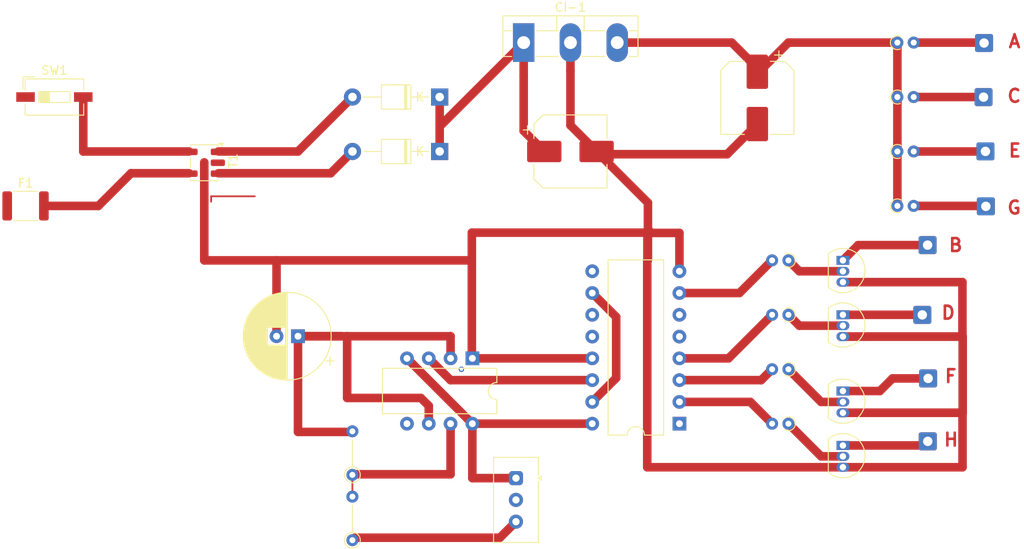
<source format=kicad_pcb>
(kicad_pcb (version 20240108) (generator "pcbnew") (generator_version "8.0")
  (layers (0 "F.Cu" signal) (31 "B.Cu" signal) (34 "B.Paste" user) (35 "F.Paste" user) (36 "B.SilkS" user "B.Silkscreen") (37 "F.SilkS" user "F.Silkscreen") (38 "B.Mask" user) (39 "F.Mask" user) (44 "Edge.Cuts" user))
  (net 0 "")
  (net 1 "Net-(CI-1-IN)")
  (net 2 "Net-(CI-1-OUT)")
  (net 3 "Net-(CI-2-THR)")
  (net 5 "Net-(CI-2-DIS)")
  (net 7 "Net-(CI-3-Q0)")
  (net 8 "Net-(CI-3-Q4)")
  (net 10 "Net-(CI-3-Q1)")
  (net 11 "Net-(CI-3-Q3)")
  (net 12 "Net-(CI-3-Q2)")
  (net 14 "SB")
  (net 15 "AB")
  (net 17 "Net-(P1-Pad3)")
  (net 18 "Net-(Q1-B)")
  (net 19 "GND")
  (net 20 "Net-(CI-2-Q)")
  (net 21 "Net-(Q2-B)")
  (net 23 "Net-(Q3-B)")
  (net 25 "Net-(Q4-B)")
  (net 27 "SA")
  (net 28 "Net-(JB1-Pin_1)")
  (net 29 "Net-(JD1-Pin_1)")
  (net 30 "AA")
  (net 32 "Net-(JF1-Pin_1)")
  (net 33 "Net-(JH1-Pin_1)")
  (net 34 "Net-(JA1-Pin_1)")
  (net 35 "Net-(JC1-Pin_1)")
  (net 36 "Net-(JE1-Pin_1)")
  (net 37 "Net-(JG1-Pin_1)")
  (footprint "Resistor_THT:R_Axial_DIN0204_L3.6mm_D1.6mm_P1.90mm_Vertical" (layer "F.Cu") (at 133.35 76.2 180)
    (property "Reference" "R5" (hide yes))
    (property "Value" "4K7" (hide yes))
    (pad "1" thru_hole circle (at 0 0 180) (size 1.4 1.4) (drill 0.7) (layers "*.Cu" "*.Mask") (net 23 "Net-(Q3-B)"))
    (pad "2" thru_hole oval (at 1.9 0 180) (size 1.4 1.4) (drill 0.7) (layers "*.Cu" "*.Mask") (net 12 "Net-(CI-3-Q2)"))
  )
  (footprint "Resistor_THT:R_Axial_DIN0204_L3.6mm_D1.6mm_P1.90mm_Vertical" (layer "F.Cu") (at 146.05 44.45)
    (property "Reference" "R7" (hide yes))
    (property "Value" "470" (hide yes))
    (pad "1" thru_hole circle (at 0 0) (size 1.4 1.4) (drill 0.7) (layers "*.Cu" "*.Mask") (net 2 "Net-(CI-1-OUT)"))
    (pad "2" thru_hole oval (at 1.9 0) (size 1.4 1.4) (drill 0.7) (layers "*.Cu" "*.Mask") (net 34 "Net-(JA1-Pin_1)"))
  )
  (footprint "Connector_Wire:SolderWire-0.5sqmm_1x01_D0.9mm_OD2.1mm" (layer "F.Cu") (at 156.36 63.55)
    (property "Reference" "JG1" (hide yes))
    (property "Value" "Screw_Terminal_01x01" (hide yes))
    (pad "1" thru_hole roundrect (at 0 0) (size 2.1 2.1) (drill 1.1) (layers "*.Cu" "*.Mask") (roundrect_rratio 0.119048) (net 37 "Net-(JG1-Pin_1)"))
  )
  (footprint "Package_TO_SOT_THT:TO-92L_Inline" (layer "F.Cu") (at 139.7 69.85 -90)
    (property "Reference" "Q4" (hide yes))
    (property "Value" "BC548" (hide yes))
    (pad "1" thru_hole rect (at 0 0 270) (size 1.05 1.5) (drill 0.75) (layers "*.Cu" "*.Mask") (net 33 "Net-(JH1-Pin_1)"))
    (pad "2" thru_hole oval (at 1.27 0 270) (size 1.05 1.5) (drill 0.75) (layers "*.Cu" "*.Mask") (net 25 "Net-(Q4-B)"))
    (pad "3" thru_hole oval (at 2.54 0 270) (size 1.05 1.5) (drill 0.75) (layers "*.Cu" "*.Mask") (net 19 "GND"))
  )
  (footprint "Button_Switch_SMD:SW_DIP_SPSTx01_Slide_6.7x4.1mm_W6.73mm_P2.54mm_LowProfile_JPin" (layer "F.Cu") (at 47.815 50.8)
    (property "Reference" "SW1" (at 0 -3.11 0) (layer "F.SilkS"))
    (property "Value" "~")
    (pad "1" smd rect (at -3.365 0) (size 2.16 1.12) (layers "F.Cu" "F.Paste" "F.Mask"))
    (pad "2" smd rect (at 3.365 0) (size 2.16 1.12) (layers "F.Cu" "F.Paste" "F.Mask") (net 30 "AA"))
  )
  (footprint "Package_TO_SOT_THT:TO-92L_Inline" (layer "F.Cu") (at 139.7 85.09 -90)
    (property "Reference" "Q1" (hide yes))
    (property "Value" "BC548" (hide yes))
    (pad "1" thru_hole rect (at 0 0 270) (size 1.05 1.5) (drill 0.75) (layers "*.Cu" "*.Mask") (net 28 "Net-(JB1-Pin_1)"))
    (pad "2" thru_hole oval (at 1.27 0 270) (size 1.05 1.5) (drill 0.75) (layers "*.Cu" "*.Mask") (net 18 "Net-(Q1-B)"))
    (pad "3" thru_hole oval (at 2.54 0 270) (size 1.05 1.5) (drill 0.75) (layers "*.Cu" "*.Mask") (net 19 "GND"))
  )
  (footprint "Connector_Wire:SolderWire-0.5sqmm_1x01_D0.9mm_OD2.1mm" (layer "F.Cu") (at 149.59 90.96)
    (property "Reference" "JD1" (hide yes))
    (property "Value" "Screw_Terminal_01x01" (hide yes))
    (pad "1" thru_hole roundrect (at 0 0) (size 2.1 2.1) (drill 1.1) (layers "*.Cu" "*.Mask") (roundrect_rratio 0.119048) (net 29 "Net-(JD1-Pin_1)"))
  )
  (footprint "Package_TO_SOT_THT:TO-92L_Inline" (layer "F.Cu") (at 139.7 91.44 -90)
    (property "Reference" "Q2" (hide yes))
    (property "Value" "BC548" (hide yes))
    (pad "1" thru_hole rect (at 0 0 270) (size 1.05 1.5) (drill 0.75) (layers "*.Cu" "*.Mask") (net 29 "Net-(JD1-Pin_1)"))
    (pad "2" thru_hole oval (at 1.27 0 270) (size 1.05 1.5) (drill 0.75) (layers "*.Cu" "*.Mask") (net 21 "Net-(Q2-B)"))
    (pad "3" thru_hole oval (at 2.54 0 270) (size 1.05 1.5) (drill 0.75) (layers "*.Cu" "*.Mask") (net 19 "GND"))
  )
  (footprint "Transformer_SMD:Transformer_MiniCircuits_AT224-1A" (layer "F.Cu") (at 65.27 58.465 -90)
    (property "Reference" "T1" (at -0.225 -3.375 90) (layer "F.SilkS"))
    (property "Value" "12+12 500mA")
    (pad "1" smd roundrect (at -1.27 -1.59) (size 1.65 0.76) (layers "F.Cu" "F.Paste" "F.Mask") (net 30 "AA"))
    (pad "2" smd roundrect (at 0 -1.59) (size 1.65 0.76) (layers "F.Cu" "F.Paste" "F.Mask") (net 15 "AB"))
    (pad "3" smd roundrect (at 1.27 -1.59) (size 1.65 0.76) (layers "F.Cu" "F.Paste" "F.Mask") (net 27 "SA"))
    (pad "4" smd roundrect (at 1.27 1.59) (size 1.65 0.76) (layers "F.Cu" "F.Paste" "F.Mask") (net 19 "GND"))
    (pad "6" smd roundrect (at -1.27 1.59) (size 1.65 0.76) (layers "F.Cu" "F.Paste" "F.Mask"))
  )
  (footprint "Capacitor_SMD:CP_Elec_8x5.4" (layer "F.Cu") (at 107.95 57.15)
    (property "Reference" "C1" (hide yes))
    (property "Value" "1000uF" (hide yes))
    (pad "1" smd roundrect (at -3.05 0) (size 4 2.5) (layers "F.Cu" "F.Paste" "F.Mask") (roundrect_rratio 0.1) (net 1 "Net-(CI-1-IN)"))
    (pad "2" smd roundrect (at 3.05 0) (size 4 2.5) (layers "F.Cu" "F.Paste" "F.Mask") (roundrect_rratio 0.1) (net 19 "GND"))
  )
  (footprint "Connector_Wire:SolderWire-0.5sqmm_1x01_D0.9mm_OD2.1mm" (layer "F.Cu") (at 149.63 83.62)
    (property "Reference" "JB1" (hide yes))
    (property "Value" "Screw_Terminal_01x01" (hide yes))
    (pad "1" thru_hole roundrect (at 0 0) (size 2.1 2.1) (drill 1.1) (layers "*.Cu" "*.Mask") (roundrect_rratio 0.119048) (net 28 "Net-(JB1-Pin_1)"))
  )
  (footprint "Capacitor_THT:CP_Radial_D10.0mm_P2.50mm" (layer "F.Cu") (at 76.2 78.7 180)
    (property "Reference" "C3" (hide yes))
    (property "Value" "1uF" (hide yes))
    (pad "1" thru_hole rect (at 0 0 180) (size 1.6 1.6) (drill 0.8) (layers "*.Cu" "*.Mask") (net 3 "Net-(CI-2-THR)"))
    (pad "2" thru_hole circle (at 2.5 0 180) (size 1.6 1.6) (drill 0.8) (layers "*.Cu" "*.Mask") (net 19 "GND"))
  )
  (footprint "Diode_THT:D_T-1_P10.16mm_Horizontal" (layer "F.Cu") (at 92.71 57.15 180)
    (property "Reference" "D2" (hide yes))
    (property "Value" "1N4007" (hide yes))
    (fp_text user "K" (at 2.3 0 0) (layer "F.SilkS"))
    (pad "1" thru_hole rect (at 0 0 180) (size 2 2) (drill 1) (layers "*.Cu" "*.Mask") (net 1 "Net-(CI-1-IN)"))
    (pad "2" thru_hole oval (at 10.16 0 180) (size 2 2) (drill 1) (layers "*.Cu" "*.Mask") (net 27 "SA"))
  )
  (footprint "Resistor_THT:R_Axial_DIN0204_L3.6mm_D1.6mm_P5.08mm_Vertical" (layer "F.Cu") (at 82.54 94.87 90)
    (property "Reference" "R2" (hide yes))
    (property "Value" "22K" (hide yes))
    (pad "1" thru_hole circle (at 0 0 90) (size 1.4 1.4) (drill 0.7) (layers "*.Cu" "*.Mask") (net 5 "Net-(CI-2-DIS)"))
    (pad "2" thru_hole oval (at 5.08 0 90) (size 1.4 1.4) (drill 0.7) (layers "*.Cu" "*.Mask") (net 3 "Net-(CI-2-THR)"))
  )
  (footprint "Package_TO_SOT_THT:TO-3P-3_Vertical" (layer "F.Cu") (at 102.5 44.45)
    (property "Reference" "CI-1" (at 5.45 -4.12 0) (layer "F.SilkS"))
    (property "Value" "7812")
    (pad "1" thru_hole rect (at 0 0) (size 2.5 4.5) (drill 1.5) (layers "*.Cu" "*.Mask") (net 1 "Net-(CI-1-IN)"))
    (pad "2" thru_hole oval (at 5.45 0) (size 2.5 4.5) (drill 1.5) (layers "*.Cu" "*.Mask") (net 19 "GND"))
    (pad "3" thru_hole oval (at 10.9 0) (size 2.5 4.5) (drill 1.5) (layers "*.Cu" "*.Mask") (net 2 "Net-(CI-1-OUT)"))
  )
  (footprint "Connector_Wire:SolderWire-0.5sqmm_1x01_D0.9mm_OD2.1mm" (layer "F.Cu") (at 156.09 50.81)
    (property "Reference" "JC1" (hide yes))
    (property "Value" "Screw_Terminal_01x01" (hide yes))
    (pad "1" thru_hole roundrect (at 0 0) (size 2.1 2.1) (drill 1.1) (layers "*.Cu" "*.Mask") (roundrect_rratio 0.119048) (net 35 "Net-(JC1-Pin_1)"))
  )
  (footprint "Resistor_THT:R_Axial_DIN0204_L3.6mm_D1.6mm_P1.90mm_Vertical" (layer "F.Cu") (at 146.05 63.5)
    (property "Reference" "R10" (hide yes))
    (property "Value" "470" (hide yes))
    (pad "1" thru_hole circle (at 0 0) (size 1.4 1.4) (drill 0.7) (layers "*.Cu" "*.Mask") (net 2 "Net-(CI-1-OUT)"))
    (pad "2" thru_hole oval (at 1.9 0) (size 1.4 1.4) (drill 0.7) (layers "*.Cu" "*.Mask") (net 37 "Net-(JG1-Pin_1)"))
  )
  (footprint "Resistor_THT:R_Axial_DIN0204_L3.6mm_D1.6mm_P1.90mm_Vertical" (layer "F.Cu") (at 133.35 88.9 180)
    (property "Reference" "R4" (hide yes))
    (property "Value" "4K7" (hide yes))
    (pad "1" thru_hole circle (at 0 0 180) (size 1.4 1.4) (drill 0.7) (layers "*.Cu" "*.Mask") (net 21 "Net-(Q2-B)"))
    (pad "2" thru_hole oval (at 1.9 0 180) (size 1.4 1.4) (drill 0.7) (layers "*.Cu" "*.Mask") (net 10 "Net-(CI-3-Q1)"))
  )
  (footprint "Connector_Wire:SolderWire-0.5sqmm_1x01_D0.9mm_OD2.1mm" (layer "F.Cu") (at 156.31 57.14)
    (property "Reference" "JE1" (hide yes))
    (property "Value" "Screw_Terminal_01x01" (hide yes))
    (pad "1" thru_hole roundrect (at 0 0) (size 2.1 2.1) (drill 1.1) (layers "*.Cu" "*.Mask") (roundrect_rratio 0.119048) (net 36 "Net-(JE1-Pin_1)"))
  )
  (footprint "Resistor_THT:R_Axial_DIN0204_L3.6mm_D1.6mm_P5.08mm_Vertical" (layer "F.Cu") (at 82.54 102.49 90)
    (property "Reference" "R1" (hide yes))
    (property "Value" "22K" (hide yes))
    (pad "1" thru_hole circle (at 0 0 90) (size 1.4 1.4) (drill 0.7) (layers "*.Cu" "*.Mask") (net 17 "Net-(P1-Pad3)"))
    (pad "2" thru_hole oval (at 5.08 0 90) (size 1.4 1.4) (drill 0.7) (layers "*.Cu" "*.Mask") (net 5 "Net-(CI-2-DIS)"))
  )
  (footprint "Package_DIP:CERDIP-8_W7.62mm_SideBrazed" (layer "F.Cu") (at 96.52 81.28 -90)
    (property "Reference" "CI-2" (hide yes))
    (property "Value" "555" (hide yes))
    (pad "1" thru_hole rect (at 0 0 270) (size 1.6 1.6) (drill 0.8) (layers "*.Cu" "*.Mask") (net 19 "GND"))
    (pad "2" thru_hole circle (at 0 2.54 270) (size 1.6 1.6) (drill 0.8) (layers "*.Cu" "*.Mask") (net 3 "Net-(CI-2-THR)"))
    (pad "3" thru_hole circle (at 0 5.08 270) (size 1.6 1.6) (drill 0.8) (layers "*.Cu" "*.Mask") (net 20 "Net-(CI-2-Q)"))
    (pad "4" thru_hole circle (at 0 7.62 270) (size 1.6 1.6) (drill 0.8) (layers "*.Cu" "*.Mask") (net 2 "Net-(CI-1-OUT)"))
    (pad "5" thru_hole circle (at 7.62 7.62 270) (size 1.6 1.6) (drill 0.8) (layers "*.Cu" "*.Mask"))
    (pad "6" thru_hole circle (at 7.62 5.08 270) (size 1.6 1.6) (drill 0.8) (layers "*.Cu" "*.Mask") (net 3 "Net-(CI-2-THR)"))
    (pad "7" thru_hole circle (at 7.62 2.54 270) (size 1.6 1.6) (drill 0.8) (layers "*.Cu" "*.Mask") (net 5 "Net-(CI-2-DIS)"))
    (pad "8" thru_hole circle (at 7.62 0 270) (size 1.6 1.6) (drill 0.8) (layers "*.Cu" "*.Mask") (net 2 "Net-(CI-1-OUT)"))
  )
  (footprint "Resistor_THT:R_Axial_DIN0204_L3.6mm_D1.6mm_P1.90mm_Vertical" (layer "F.Cu") (at 133.35 69.85 180)
    (property "Reference" "R6" (hide yes))
    (property "Value" "4K7" (hide yes))
    (pad "1" thru_hole circle (at 0 0 180) (size 1.4 1.4) (drill 0.7) (layers "*.Cu" "*.Mask") (net 25 "Net-(Q4-B)"))
    (pad "2" thru_hole oval (at 1.9 0 180) (size 1.4 1.4) (drill 0.7) (layers "*.Cu" "*.Mask") (net 11 "Net-(CI-3-Q3)"))
  )
  (footprint "Connector_Wire:SolderWire-0.5sqmm_1x01_D0.9mm_OD2.1mm" (layer "F.Cu") (at 148.95 76.21)
    (property "Reference" "JF1" (hide yes))
    (property "Value" "Screw_Terminal_01x01" (hide yes))
    (pad "1" thru_hole roundrect (at 0 0) (size 2.1 2.1) (drill 1.1) (layers "*.Cu" "*.Mask") (roundrect_rratio 0.119048) (net 32 "Net-(JF1-Pin_1)"))
  )
  (footprint "Connector_Wire:SolderWire-0.5sqmm_1x01_D0.9mm_OD2.1mm" (layer "F.Cu") (at 156.15 44.5)
    (property "Reference" "JA1" (hide yes))
    (property "Value" "Screw_Terminal_01x01" (hide yes))
    (pad "1" thru_hole roundrect (at 0 0) (size 2.1 2.1) (drill 1.1) (layers "*.Cu" "*.Mask") (roundrect_rratio 0.119048) (net 34 "Net-(JA1-Pin_1)"))
  )
  (footprint "Capacitor_SMD:CP_Elec_8x6.2" (layer "F.Cu") (at 129.73 50.9 -90)
    (property "Reference" "C2" (hide yes))
    (property "Value" "100uF" (hide yes))
    (pad "1" smd roundrect (at -3.05 0 270) (size 4 2.5) (layers "F.Cu" "F.Paste" "F.Mask") (roundrect_rratio 0.1) (net 2 "Net-(CI-1-OUT)"))
    (pad "2" smd roundrect (at 3.05 0 270) (size 4 2.5) (layers "F.Cu" "F.Paste" "F.Mask") (roundrect_rratio 0.1) (net 19 "GND"))
  )
  (footprint "Package_DIP:DIP-16_W10.16mm" (layer "F.Cu") (at 120.65 88.9 180)
    (property "Reference" "CI-3" (hide yes))
    (property "Value" "4017" (hide yes))
    (pad "1" thru_hole rect (at 0 0 180) (size 1.6 1.6) (drill 0.8) (layers "*.Cu" "*.Mask"))
    (pad "2" thru_hole oval (at 0 2.54 180) (size 1.6 1.6) (drill 0.8) (layers "*.Cu" "*.Mask") (net 10 "Net-(CI-3-Q1)"))
    (pad "3" thru_hole oval (at 0 5.08 180) (size 1.6 1.6) (drill 0.8) (layers "*.Cu" "*.Mask") (net 7 "Net-(CI-3-Q0)"))
    (pad "4" thru_hole oval (at 0 7.62 180) (size 1.6 1.6) (drill 0.8) (layers "*.Cu" "*.Mask") (net 12 "Net-(CI-3-Q2)"))
    (pad "5" thru_hole oval (at 0 10.16 180) (size 1.6 1.6) (drill 0.8) (layers "*.Cu" "*.Mask"))
    (pad "6" thru_hole oval (at 0 12.7 180) (size 1.6 1.6) (drill 0.8) (layers "*.Cu" "*.Mask"))
    (pad "7" thru_hole oval (at 0 15.24 180) (size 1.6 1.6) (drill 0.8) (layers "*.Cu" "*.Mask") (net 11 "Net-(CI-3-Q3)"))
    (pad "8" thru_hole oval (at 0 17.78 180) (size 1.6 1.6) (drill 0.8) (layers "*.Cu" "*.Mask") (net 19 "GND"))
    (pad "9" thru_hole oval (at 10.16 17.78 180) (size 1.6 1.6) (drill 0.8) (layers "*.Cu" "*.Mask"))
    (pad "10" thru_hole oval (at 10.16 15.24 180) (size 1.6 1.6) (drill 0.8) (layers "*.Cu" "*.Mask") (net 8 "Net-(CI-3-Q4)"))
    (pad "11" thru_hole oval (at 10.16 12.7 180) (size 1.6 1.6) (drill 0.8) (layers "*.Cu" "*.Mask"))
    (pad "12" thru_hole oval (at 10.16 10.16 180) (size 1.6 1.6) (drill 0.8) (layers "*.Cu" "*.Mask"))
    (pad "13" thru_hole oval (at 10.16 7.62 180) (size 1.6 1.6) (drill 0.8) (layers "*.Cu" "*.Mask") (net 19 "GND"))
    (pad "14" thru_hole oval (at 10.16 5.08 180) (size 1.6 1.6) (drill 0.8) (layers "*.Cu" "*.Mask") (net 20 "Net-(CI-2-Q)"))
    (pad "15" thru_hole oval (at 10.16 2.54 180) (size 1.6 1.6) (drill 0.8) (layers "*.Cu" "*.Mask") (net 8 "Net-(CI-3-Q4)"))
    (pad "16" thru_hole oval (at 10.16 0 180) (size 1.6 1.6) (drill 0.8) (layers "*.Cu" "*.Mask") (net 2 "Net-(CI-1-OUT)"))
  )
  (footprint "Package_TO_SOT_THT:TO-92L_Inline" (layer "F.Cu") (at 139.7 76.2 -90)
    (property "Reference" "Q3" (hide yes))
    (property "Value" "BC548" (hide yes))
    (pad "1" thru_hole rect (at 0 0 270) (size 1.05 1.5) (drill 0.75) (layers "*.Cu" "*.Mask") (net 32 "Net-(JF1-Pin_1)"))
    (pad "2" thru_hole oval (at 1.27 0 270) (size 1.05 1.5) (drill 0.75) (layers "*.Cu" "*.Mask") (net 23 "Net-(Q3-B)"))
    (pad "3" thru_hole oval (at 2.54 0 270) (size 1.05 1.5) (drill 0.75) (layers "*.Cu" "*.Mask") (net 19 "GND"))
  )
  (footprint "Resistor_THT:R_Axial_DIN0204_L3.6mm_D1.6mm_P1.90mm_Vertical" (layer "F.Cu") (at 146.05 50.8)
    (property "Reference" "R8" (hide yes))
    (property "Value" "470" (hide yes))
    (pad "1" thru_hole circle (at 0 0) (size 1.4 1.4) (drill 0.7) (layers "*.Cu" "*.Mask") (net 2 "Net-(CI-1-OUT)"))
    (pad "2" thru_hole oval (at 1.9 0) (size 1.4 1.4) (drill 0.7) (layers "*.Cu" "*.Mask") (net 35 "Net-(JC1-Pin_1)"))
  )
  (footprint "Resistor_THT:R_Axial_DIN0204_L3.6mm_D1.6mm_P1.90mm_Vertical" (layer "F.Cu") (at 133.35 82.55 180)
    (property "Reference" "R3" (hide yes))
    (property "Value" "4K7" (hide yes))
    (pad "1" thru_hole circle (at 0 0 180) (size 1.4 1.4) (drill 0.7) (layers "*.Cu" "*.Mask") (net 18 "Net-(Q1-B)"))
    (pad "2" thru_hole oval (at 1.9 0 180) (size 1.4 1.4) (drill 0.7) (layers "*.Cu" "*.Mask") (net 7 "Net-(CI-3-Q0)"))
  )
  (footprint "Potentiometer_THT:Potentiometer_Vishay_T93YA_Vertical" (layer "F.Cu") (at 101.6 95.25 -90)
    (property "Reference" "P1" (hide yes))
    (property "Value" "220K" (hide yes))
    (pad "1" thru_hole roundrect (at 0 0 270) (size 1.65 1.65) (drill 0.85) (layers "*.Cu" "*.Mask") (net 2 "Net-(CI-1-OUT)"))
    (pad "2" thru_hole circle (at 2.54 0 270) (size 1.65 1.65) (drill 0.85) (layers "*.Cu" "*.Mask") (net 2 "Net-(CI-1-OUT)"))
    (pad "3" thru_hole circle (at 5.08 0 270) (size 1.65 1.65) (drill 0.85) (layers "*.Cu" "*.Mask") (net 17 "Net-(P1-Pad3)"))
  )
  (footprint "Connector_Wire:SolderWire-0.5sqmm_1x01_D0.9mm_OD2.1mm" (layer "F.Cu") (at 149.57 68.07)
    (property "Reference" "JH1" (hide yes))
    (property "Value" "Screw_Terminal_01x01" (hide yes))
    (pad "1" thru_hole roundrect (at 0 0) (size 2.1 2.1) (drill 1.1) (layers "*.Cu" "*.Mask") (roundrect_rratio 0.119048) (net 33 "Net-(JH1-Pin_1)"))
  )
  (footprint "Fuse:Fuse_1812_4532Metric" (layer "F.Cu") (at 44.45 63.5)
    (property "Reference" "F1" (at 0 -2.65 0) (layer "F.SilkS"))
    (property "Value" "500mA")
    (pad "1" smd roundrect (at -2.1375 0) (size 1.125 3.4) (layers "F.Cu" "F.Paste" "F.Mask") (roundrect_rratio 0.222222))
    (pad "2" smd roundrect (at 2.1375 0) (size 1.125 3.4) (layers "F.Cu" "F.Paste" "F.Mask") (roundrect_rratio 0.222222) (net 15 "AB"))
  )
  (footprint "Resistor_THT:R_Axial_DIN0204_L3.6mm_D1.6mm_P1.90mm_Vertical" (layer "F.Cu") (at 146.05 57.15)
    (property "Reference" "R9" (hide yes))
    (property "Value" "470" (hide yes))
    (pad "1" thru_hole circle (at 0 0) (size 1.4 1.4) (drill 0.7) (layers "*.Cu" "*.Mask") (net 2 "Net-(CI-1-OUT)"))
    (pad "2" thru_hole oval (at 1.9 0) (size 1.4 1.4) (drill 0.7) (layers "*.Cu" "*.Mask") (net 36 "Net-(JE1-Pin_1)"))
  )
  (footprint "Diode_THT:D_T-1_P10.16mm_Horizontal" (layer "F.Cu") (at 92.71 50.8 180)
    (property "Reference" "D1" (hide yes))
    (property "Value" "1N4007" (hide yes))
    (fp_text user "K" (at 2.3 0 0) (layer "F.SilkS"))
    (pad "1" thru_hole rect (at 0 0 180) (size 2 2) (drill 1) (layers "*.Cu" "*.Mask") (net 1 "Net-(CI-1-IN)"))
    (pad "2" thru_hole oval (at 10.16 0 180) (size 2 2) (drill 1) (layers "*.Cu" "*.Mask") (net 14 "SB"))
  )
  (gr_text "D" (at 151.03 76.84 0) (layer "F.Cu") (effects (font (size 1.5 1.5) (thickness 0.3) (bold yes)) (justify left bottom)))
  (gr_text "F" (at 151.42 84.24 0) (layer "F.Cu") (effects (font (size 1.5 1.5) (thickness 0.3) (bold yes)) (justify left bottom)))
  (gr_text "H" (at 151.32 91.65 0) (layer "F.Cu") (effects (font (size 1.5 1.5) (thickness 0.3) (bold yes)) (justify left bottom)))
  (gr_text "G" (at 158.71 64.58 0) (layer "F.Cu") (effects (font (size 1.5 1.5) (thickness 0.3) (bold yes)) (justify left bottom)))
  (gr_text "E" (at 158.86 57.92 0) (layer "F.Cu") (effects (font (size 1.5 1.5) (thickness 0.3) (bold yes)) (justify left bottom)))
  (gr_text "A" (at 158.86 45.18 0) (layer "F.Cu") (effects (font (size 1.5 1.5) (thickness 0.3) (bold yes)) (justify left bottom)))
  (gr_text "C" (at 158.71 51.55 0) (layer "F.Cu") (effects (font (size 1.5 1.5) (thickness 0.3) (bold yes)) (justify left bottom)))
  (gr_text "B" (at 151.89 68.95 0) (layer "F.Cu") (effects (font (size 1.5 1.5) (thickness 0.3) (bold yes)) (justify left bottom)))
  (segment (start 66.08 63.01) (end 65.98 62.91) (width 0) (layer "F.Cu") (net 0))
  (segment (start 71.17 62.38) (end 66.08 62.38) (width 0.2) (layer "F.Cu") (net 0))
  (segment (start 65.98 62.91) (end 65.98 60.886808) (width 0) (layer "F.Cu") (net 0))
  (segment (start 66.08 62.38) (end 66.08 63.01) (width 0.2) (layer "F.Cu") (net 0))
  (via (at 95.25 82.55) (size 0.6) (drill 0.3) (layers "F.Cu" "B.Cu") (net 0))
  (via (at 95.25 82.55) (size 0.6) (drill 0.3) (layers "F.Cu" "B.Cu") (net 0))
  (via (at 95.25 82.55) (size 0.6) (drill 0.3) (layers "F.Cu" "B.Cu") (net 0))
  (via (at 95.25 82.55) (size 0.6) (drill 0.3) (layers "F.Cu" "B.Cu") (net 0))
  (via (at 95.25 82.55) (size 0.6) (drill 0.3) (layers "F.Cu" "B.Cu") (net 0))
  (via (at 95.25 82.55) (size 0.6) (drill 0.3) (layers "F.Cu" "B.Cu") (net 0))
  (segment (start 102.5 48.4) (end 102.5 54.75) (width 1) (layer "F.Cu") (net 1))
  (segment (start 92.84 54.11) (end 102.5 44.45) (width 1) (layer "F.Cu") (net 1))
  (segment (start 92.71 54.11) (end 92.84 54.11) (width 0.2) (layer "F.Cu") (net 1))
  (segment (start 92.71 57.15) (end 92.71 50.8) (width 1) (layer "F.Cu") (net 1))
  (segment (start 102.5 44.45) (end 102.5 48.4) (width 1) (layer "F.Cu") (net 1))
  (segment (start 102.5 54.75) (end 104.9 57.15) (width 1) (layer "F.Cu") (net 1))
  (segment (start 130.05 47.75) (end 133.35 44.45) (width 1) (layer "F.Cu") (net 2))
  (segment (start 126.75 44.45) (end 130.05 47.75) (width 1) (layer "F.Cu") (net 2))
  (segment (start 133.35 44.45) (end 146.05 44.45) (width 1) (layer "F.Cu") (net 2))
  (segment (start 96.52 95.25) (end 101.6 95.25) (width 1) (layer "F.Cu") (net 2))
  (segment (start 146.05 44.45) (end 146.05 50.8) (width 1) (layer "F.Cu") (net 2))
  (segment (start 146.05 57.15) (end 146.05 63.5) (width 1) (layer "F.Cu") (net 2))
  (segment (start 146.05 50.8) (end 146.05 57.15) (width 1) (layer "F.Cu") (net 2))
  (segment (start 88.9 81.28) (end 96.52 88.9) (width 1) (layer "F.Cu") (net 2))
  (segment (start 96.52 88.9) (end 96.52 95.25) (width 1) (layer "F.Cu") (net 2))
  (segment (start 110.49 88.9) (end 96.52 88.9) (width 1) (layer "F.Cu") (net 2))
  (segment (start 113.4 44.45) (end 126.75 44.45) (width 1) (layer "F.Cu") (net 2))
  (segment (start 93.98 81.28) (end 93.98 78.7) (width 1) (layer "F.Cu") (net 3))
  (segment (start 90.52 85.9) (end 81.93 85.9) (width 1) (layer "F.Cu") (net 3))
  (segment (start 82.54 89.79) (end 82.47 89.86) (width 1) (layer "F.Cu") (net 3))
  (segment (start 91.44 88.9) (end 91.44 86.82) (width 1) (layer "F.Cu") (net 3))
  (segment (start 81.93 85.9) (end 81.93 78.7) (width 1) (layer "F.Cu") (net 3))
  (segment (start 91.44 88.9) (end 91.41 88.87) (width 1) (layer "F.Cu") (net 3))
  (segment (start 93.98 78.7) (end 76.2 78.7) (width 1) (layer "F.Cu") (net 3))
  (segment (start 82.47 89.86) (end 76.2 89.86) (width 1) (layer "F.Cu") (net 3))
  (segment (start 91.44 86.82) (end 90.52 85.9) (width 1) (layer "F.Cu") (net 3))
  (segment (start 81.24 78.7) (end 76.2 78.7) (width 1) (layer "F.Cu") (net 3))
  (segment (start 76.2 89.86) (end 76.2 78.7) (width 1) (layer "F.Cu") (net 3))
  (segment (start 93.98 94.8) (end 93.98 88.9) (width 1) (layer "F.Cu") (net 5))
  (segment (start 82.54 94.87) (end 82.54 97.41) (width 0.2) (layer "F.Cu") (net 5))
  (segment (start 82.54 94.87) (end 82.61 94.8) (width 1) (layer "F.Cu") (net 5))
  (segment (start 82.61 94.8) (end 93.98 94.8) (width 1) (layer "F.Cu") (net 5))
  (segment (start 120.65 83.82) (end 130.18 83.82) (width 1) (layer "F.Cu") (net 7))
  (segment (start 130.18 83.82) (end 131.45 82.55) (width 1) (layer "F.Cu") (net 7))
  (segment (start 113.28 76.45) (end 113.28 83.57) (width 1) (layer "F.Cu") (net 8))
  (segment (start 110.49 73.66) (end 113.28 76.45) (width 1) (layer "F.Cu") (net 8))
  (segment (start 113.28 83.57) (end 110.49 86.36) (width 1) (layer "F.Cu") (net 8))
  (segment (start 128.91 86.36) (end 131.45 88.9) (width 1) (layer "F.Cu") (net 10))
  (segment (start 120.65 86.36) (end 128.91 86.36) (width 1) (layer "F.Cu") (net 10))
  (segment (start 120.65 73.66) (end 127.64 73.66) (width 1) (layer "F.Cu") (net 11))
  (segment (start 127.64 73.66) (end 131.45 69.85) (width 1) (layer "F.Cu") (net 11))
  (segment (start 126.37 81.28) (end 131.45 76.2) (width 1) (layer "F.Cu") (net 12))
  (segment (start 120.65 81.28) (end 126.37 81.28) (width 1) (layer "F.Cu") (net 12))
  (segment (start 76.2 57.15) (end 66.93 57.15) (width 1) (layer "F.Cu") (net 14))
  (segment (start 82.55 50.8) (end 76.2 57.15) (width 1) (layer "F.Cu") (net 14))
  (segment (start 56.7475 59.69) (end 63.5 59.69) (width 1) (layer "F.Cu") (net 15))
  (segment (start 52.9375 63.5) (end 56.7475 59.69) (width 1) (layer "F.Cu") (net 15))
  (segment (start 46.5875 63.5) (end 52.9375 63.5) (width 1) (layer "F.Cu") (net 15))
  (segment (start 82.83 102.2) (end 99.73 102.2) (width 1) (layer "F.Cu") (net 17))
  (segment (start 99.73 102.2) (end 101.6 100.33) (width 1) (layer "F.Cu") (net 17))
  (segment (start 82.54 102.49) (end 82.83 102.2) (width 1) (layer "F.Cu") (net 17))
  (segment (start 133.35 82.55) (end 137.16 86.36) (width 1) (layer "F.Cu") (net 18))
  (segment (start 137.16 86.36) (end 139.7 86.36) (width 1) (layer "F.Cu") (net 18))
  (segment (start 65.37 58.63) (end 65.37 58.65) (width 0.2) (layer "F.Cu") (net 19))
  (segment (start 73.7 78.7) (end 73.7 69.85) (width 1) (layer "F.Cu") (net 19))
  (segment (start 116.98 69.79) (end 116.92 69.85) (width 1) (layer "F.Cu") (net 19))
  (segment (start 111 57.15) (end 116.98 63.13) (width 1) (layer "F.Cu") (net 19))
  (segment (start 116.92 66.85) (end 116.69 66.62) (width 1) (layer "F.Cu") (net 19))
  (segment (start 126.21 57.47) (end 129.73 53.95) (width 1) (layer "F.Cu") (net 19))
  (segment (start 116.9 69.87) (end 116.92 69.85) (width 1) (layer "F.Cu") (net 19))
  (segment (start 120.65 71.12) (end 120.65 66.65) (width 1) (layer "F.Cu") (net 19))
  (segment (start 111 57.15) (end 111.32 57.47) (width 0.2) (layer "F.Cu") (net 19))
  (segment (start 139.7 93.98) (end 116.9 93.98) (width 1) (layer "F.Cu") (net 19))
  (segment (start 107.95 47.75) (end 107.95 54.1) (width 1) (layer "F.Cu") (net 19))
  (segment (start 107.95 44.45) (end 107.95 47.75) (width 1) (layer "F.Cu") (net 19))
  (segment (start 153.66 87.63) (end 139.7 87.63) (width 1) (layer "F.Cu") (net 19))
  (segment (start 153.63 78.74) (end 139.7 78.74) (width 1) (layer "F.Cu") (net 19))
  (segment (start 111.32 57.47) (end 126.21 57.47) (width 1) (layer "F.Cu") (net 19))
  (segment (start 65.27 58.53) (end 65.37 58.63) (width 0.2) (layer "F.Cu") (net 19))
  (segment (start 139.7 87.63) (end 153.64 87.63) (width 1) (layer "F.Cu") (net 19))
  (segment (start 153.64 93.98) (end 139.7 93.98) (width 1) (layer "F.Cu") (net 19))
  (segment (start 116.69 66.62) (end 96.46 66.62) (width 1) (layer "F.Cu") (net 19))
  (segment (start 107.95 44.45) (end 108.35 44.45) (width 1) (layer "F.Cu") (net 19))
  (segment (start 139.7 78.74) (end 153.66 78.74) (width 1) (layer "F.Cu") (net 19))
  (segment (start 153.64 87.63) (end 153.64 93.98) (width 1) (layer "F.Cu") (net 19))
  (segment (start 65.28 69.85) (end 96.4 69.85) (width 1) (layer "F.Cu") (net 19))
  (segment (start 116.98 63.13) (end 116.98 69.79) (width 1) (layer "F.Cu") (net 19))
  (segment (start 117.38 66.65) (end 116.98 66.25) (width 1) (layer "F.Cu") (net 19))
  (segment (start 116.9 93.98) (end 116.9 69.87) (width 1) (layer "F.Cu") (net 19))
  (segment (start 65.28 58.42) (end 65.28 69.85) (width 1) (layer "F.Cu") (net 19))
  (segment (start 96.46 81.22) (end 96.52 81.28) (width 1) (layer "F.Cu") (net 19))
  (segment (start 120.65 66.65) (end 117.38 66.65) (width 1) (layer "F.Cu") (net 19))
  (segment (start 139.7 72.39) (end 153.63 72.39) (width 1) (layer "F.Cu") (net 19))
  (segment (start 153.66 78.74) (end 153.66 87.63) (width 1) (layer "F.Cu") (net 19))
  (segment (start 116.92 69.85) (end 116.92 66.85) (width 1) (layer "F.Cu") (net 19))
  (segment (start 153.63 72.39) (end 153.63 78.74) (width 1) (layer "F.Cu") (net 19))
  (segment (start 107.95 54.1) (end 111 57.15) (width 1) (layer "F.Cu") (net 19))
  (segment (start 96.46 66.62) (end 96.46 81.22) (width 1) (layer "F.Cu") (net 19))
  (segment (start 110.49 81.28) (end 96.52 81.28) (width 1) (layer "F.Cu") (net 19))
  (segment (start 93.98 83.82) (end 110.49 83.82) (width 1) (layer "F.Cu") (net 20))
  (segment (start 91.44 81.28) (end 93.98 83.82) (width 1) (layer "F.Cu") (net 20))
  (segment (start 137.16 92.71) (end 139.7 92.71) (width 1) (layer "F.Cu") (net 21))
  (segment (start 133.35 88.9) (end 137.16 92.71) (width 1) (layer "F.Cu") (net 21))
  (segment (start 134.62 77.47) (end 139.7 77.47) (width 1) (layer "F.Cu") (net 23))
  (segment (start 133.35 76.2) (end 134.62 77.47) (width 1) (layer "F.Cu") (net 23))
  (via (at 133.35 76.2) (size 0.6) (drill 0.3) (layers "F.Cu" "B.Cu") (net 23))
  (via (at 133.35 76.2) (size 0.6) (drill 0.3) (layers "F.Cu" "B.Cu") (net 23))
  (segment (start 134.62 71.12) (end 139.7 71.12) (width 1) (layer "F.Cu") (net 25))
  (segment (start 133.35 69.85) (end 134.62 71.12) (width 1) (layer "F.Cu") (net 25))
  (segment (start 66.93 59.69) (end 80.01 59.69) (width 1) (layer "F.Cu") (net 27))
  (segment (start 80.01 59.69) (end 82.55 57.15) (width 1) (layer "F.Cu") (net 27))
  (segment (start 139.7 85.09) (end 144.01 85.09) (width 1) (layer "F.Cu") (net 28))
  (segment (start 145.48 83.62) (end 149.63 83.62) (width 1) (layer "F.Cu") (net 28))
  (segment (start 144.01 85.09) (end 145.48 83.62) (width 1) (layer "F.Cu") (net 28))
  (segment (start 149.11 91.44) (end 149.59 90.96) (width 0.2) (layer "F.Cu") (net 29))
  (segment (start 139.7 91.44) (end 149.11 91.44) (width 1) (layer "F.Cu") (net 29))
  (segment (start 63.5 57.15) (end 51.18 57.15) (width 1) (layer "F.Cu") (net 30))
  (segment (start 51.18 57.15) (end 51.18 50.8) (width 1) (layer "F.Cu") (net 30))
  (segment (start 139.7 76.2) (end 148.74 76.2) (width 1) (layer "F.Cu") (net 32))
  (segment (start 139.7 76.2) (end 139.925 76.2) (width 0.2) (layer "F.Cu") (net 32))
  (segment (start 139.7 69.85) (end 141.48 68.07) (width 1) (layer "F.Cu") (net 33))
  (segment (start 141.48 68.07) (end 149.57 68.07) (width 1) (layer "F.Cu") (net 33))
  (segment (start 156.1 44.45) (end 156.15 44.5) (width 1) (layer "F.Cu") (net 34))
  (segment (start 147.95 44.45) (end 156.1 44.45) (width 1) (layer "F.Cu") (net 34))
  (segment (start 147.95 50.8) (end 156.12 50.8) (width 1) (layer "F.Cu") (net 35))
  (segment (start 156.12 50.8) (end 156.14 50.82) (width 1) (layer "F.Cu") (net 35))
  (segment (start 147.95 57.15) (end 156.3 57.15) (width 1) (layer "F.Cu") (net 36))
  (segment (start 156.3 57.15) (end 156.31 57.14) (width 1) (layer "F.Cu") (net 36))
  (segment (start 147.95 63.5) (end 156.31 63.5) (width 1) (layer "F.Cu") (net 37))
  (segment (start 156.31 63.5) (end 156.36 63.55) (width 1) (layer "F.Cu") (net 37))
)
</source>
